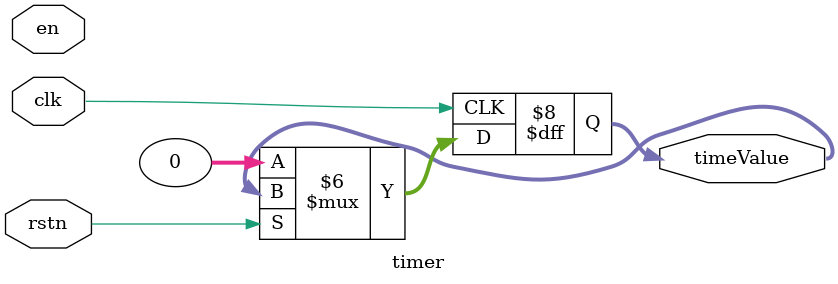
<source format=v>
`timescale 1ns / 1ps
module timer(
    input               clk,
    input               rstn,
    input               en,
    output reg [31:0]   timeValue
    );//


always @(posedge clk) begin
    if (!rstn) begin
        timeValue <= 32'd0;
    end
    else begin
        if (en) begin
            //timeValue <= timeValue + 32'd1;
            timeValue <= timeValue;
        end
        else begin
            timeValue <= timeValue;
        end
    end
end
endmodule

</source>
